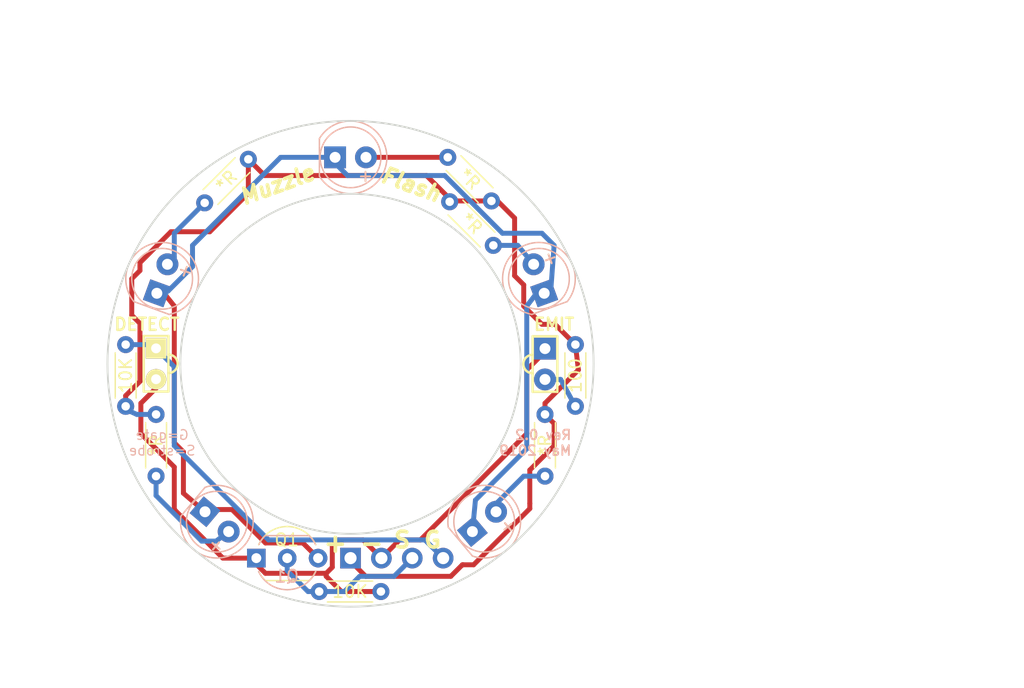
<source format=kicad_pcb>
(kicad_pcb (version 4) (host pcbnew 4.0.6)

  (general
    (links 29)
    (no_connects 0)
    (area 146.924999 66.924999 187.075001 107.075001)
    (thickness 1.6)
    (drawings 27)
    (tracks 135)
    (zones 0)
    (modules 18)
    (nets 12)
  )

  (page A4)
  (layers
    (0 F.Cu signal)
    (31 B.Cu signal)
    (32 B.Adhes user)
    (33 F.Adhes user)
    (34 B.Paste user)
    (35 F.Paste user)
    (36 B.SilkS user)
    (37 F.SilkS user)
    (38 B.Mask user)
    (39 F.Mask user)
    (40 Dwgs.User user)
    (41 Cmts.User user)
    (42 Eco1.User user)
    (43 Eco2.User user)
    (44 Edge.Cuts user)
    (45 Margin user)
    (46 B.CrtYd user)
    (47 F.CrtYd user)
    (48 B.Fab user)
    (49 F.Fab user)
  )

  (setup
    (last_trace_width 0.25)
    (user_trace_width 0.4064)
    (trace_clearance 0.2)
    (zone_clearance 0.508)
    (zone_45_only no)
    (trace_min 0.2)
    (segment_width 0.2)
    (edge_width 0.15)
    (via_size 0.6)
    (via_drill 0.4)
    (via_min_size 0.4)
    (via_min_drill 0.3)
    (uvia_size 0.3)
    (uvia_drill 0.1)
    (uvias_allowed no)
    (uvia_min_size 0.2)
    (uvia_min_drill 0.1)
    (pcb_text_width 0.3)
    (pcb_text_size 1.5 1.5)
    (mod_edge_width 0.15)
    (mod_text_size 1 1)
    (mod_text_width 0.15)
    (pad_size 1.524 1.524)
    (pad_drill 0.762)
    (pad_to_mask_clearance 0)
    (aux_axis_origin 0 0)
    (grid_origin 171.25 98)
    (visible_elements 7FFFFFFF)
    (pcbplotparams
      (layerselection 0x010f0_80000001)
      (usegerberextensions true)
      (excludeedgelayer true)
      (linewidth 0.100000)
      (plotframeref false)
      (viasonmask false)
      (mode 1)
      (useauxorigin false)
      (hpglpennumber 1)
      (hpglpenspeed 20)
      (hpglpendiameter 15)
      (hpglpenoverlay 2)
      (psnegative false)
      (psa4output false)
      (plotreference true)
      (plotvalue true)
      (plotinvisibletext false)
      (padsonsilk false)
      (subtractmaskfromsilk false)
      (outputformat 1)
      (mirror false)
      (drillshape 0)
      (scaleselection 1)
      (outputdirectory gerbers/))
  )

  (net 0 "")
  (net 1 "Net-(J1-Pad1)")
  (net 2 "Net-(D2-Pad2)")
  (net 3 GND)
  (net 4 "Net-(D1-Pad2)")
  (net 5 "Net-(D3-Pad2)")
  (net 6 "Net-(D4-Pad2)")
  (net 7 "Net-(D5-Pad2)")
  (net 8 "Net-(J1-Pad3)")
  (net 9 "Net-(D6-Pad2)")
  (net 10 "Net-(J1-Pad4)")
  (net 11 "Net-(D1-Pad1)")

  (net_class Default "This is the default net class."
    (clearance 0.2)
    (trace_width 0.25)
    (via_dia 0.6)
    (via_drill 0.4)
    (uvia_dia 0.3)
    (uvia_drill 0.1)
    (add_net GND)
    (add_net "Net-(D1-Pad1)")
    (add_net "Net-(D1-Pad2)")
    (add_net "Net-(D2-Pad2)")
    (add_net "Net-(D3-Pad2)")
    (add_net "Net-(D4-Pad2)")
    (add_net "Net-(D5-Pad2)")
    (add_net "Net-(D6-Pad2)")
    (add_net "Net-(J1-Pad1)")
    (add_net "Net-(J1-Pad3)")
    (add_net "Net-(J1-Pad4)")
  )

  (module footprints:LED_D5.0mmCentered (layer B.Cu) (tedit 5CABD0CD) (tstamp 5CA67B39)
    (at 182.5 80 110)
    (descr "LED, diameter 5.0mm, 2 pins, http://cdn-reichelt.de/documents/datenblatt/A500/LL-504BC2E-009.pdf")
    (tags "LED diameter 5.0mm 2 pins")
    (path /5CA67C4A)
    (fp_text reference D2 (at 0 3.96 110) (layer B.SilkS) hide
      (effects (font (size 1 1) (thickness 0.15)) (justify mirror))
    )
    (fp_text value LED (at 0 -3.96 110) (layer B.Fab)
      (effects (font (size 1 1) (thickness 0.15)) (justify mirror))
    )
    (fp_text user + (at 1.23 1.5 110) (layer F.SilkS)
      (effects (font (size 1 1) (thickness 0.15)))
    )
    (fp_text user + (at 1.23 1.5 110) (layer B.SilkS)
      (effects (font (size 1 1) (thickness 0.15)) (justify mirror))
    )
    (fp_arc (start 0 0) (end -2.5 1.469694) (angle -299.1) (layer B.Fab) (width 0.1))
    (fp_arc (start 0 0) (end -2.56 1.54483) (angle -148.9) (layer B.SilkS) (width 0.12))
    (fp_arc (start 0 0) (end -2.56 -1.54483) (angle 148.9) (layer B.SilkS) (width 0.12))
    (fp_circle (center 0 0) (end 2.5 0) (layer B.Fab) (width 0.1))
    (fp_circle (center 0 0) (end 2.5 0) (layer B.SilkS) (width 0.12))
    (fp_line (start -2.5 1.469694) (end -2.5 -1.469694) (layer B.Fab) (width 0.1))
    (fp_line (start -2.56 1.545) (end -2.56 -1.545) (layer B.SilkS) (width 0.12))
    (fp_line (start -3.22 3.25) (end -3.22 -3.25) (layer B.CrtYd) (width 0.05))
    (fp_line (start -3.22 -3.25) (end 3.23 -3.25) (layer B.CrtYd) (width 0.05))
    (fp_line (start 3.23 -3.25) (end 3.23 3.25) (layer B.CrtYd) (width 0.05))
    (fp_line (start 3.23 3.25) (end -3.22 3.25) (layer B.CrtYd) (width 0.05))
    (fp_text user %R (at -0.02 0 110) (layer B.Fab)
      (effects (font (size 0.8 0.8) (thickness 0.2)) (justify mirror))
    )
    (pad 1 thru_hole rect (at -1.27 0 110) (size 1.8 1.8) (drill 0.9) (layers *.Cu *.Mask)
      (net 11 "Net-(D1-Pad1)"))
    (pad 2 thru_hole circle (at 1.27 0 110) (size 1.8 1.8) (drill 0.9) (layers *.Cu *.Mask)
      (net 2 "Net-(D2-Pad2)"))
    (model ${KISYS3DMOD}/LEDs.3dshapes/LED_D5.0mm.wrl
      (at (xyz 0 0 -0.1))
      (scale (xyz 0.393701 0.393701 0.393701))
      (rotate (xyz 0 0 0))
    )
  )

  (module footprints:PHOTOTRANS (layer F.Cu) (tedit 5CBE34CE) (tstamp 5CBE3453)
    (at 151 87 270)
    (descr LTR-4206)
    (tags "PHOTOTRANS NPN")
    (path /5CBE38B4)
    (fp_text reference Q2 (at 0 2.54 450) (layer F.SilkS) hide
      (effects (font (size 0.762 0.762) (thickness 0.0889)))
    )
    (fp_text value Q_Photo_NPN (at 0.35921 0.35921 360) (layer F.SilkS) hide
      (effects (font (size 0.508 0.508) (thickness 0.127)))
    )
    (fp_arc (start 0 -1.016) (end 0 -1.778) (angle 90) (layer F.SilkS) (width 0.2))
    (fp_arc (start 0 -1.016) (end -0.762 -1.016) (angle 90) (layer F.SilkS) (width 0.2))
    (fp_line (start -2.286 1.016) (end 2.286 1.016) (layer F.SilkS) (width 0.2))
    (fp_line (start 2.286 1.016) (end 2.286 -1.016) (layer F.SilkS) (width 0.2))
    (fp_line (start 2.286 -1.016) (end -2.286 -1.016) (layer F.SilkS) (width 0.2))
    (fp_line (start -2.286 -1.016) (end -2.286 1.016) (layer F.SilkS) (width 0.2))
    (pad 1 thru_hole rect (at -1.27 0 270) (size 1.6764 1.6764) (drill 0.8128) (layers *.Cu *.Mask F.SilkS)
      (net 10 "Net-(J1-Pad4)"))
    (pad 2 thru_hole circle (at 1.27 0 315) (size 1.6764 1.6764) (drill 0.8128) (layers *.Cu *.Mask F.SilkS)
      (net 3 GND))
    (model discret/leds/led3_vertical_verde.wrl
      (at (xyz 0 0 0))
      (scale (xyz 1 1 1))
      (rotate (xyz 0 0 0))
    )
  )

  (module footprints:R_Axial_P5.08mm (layer F.Cu) (tedit 5CA67B51) (tstamp 5CBE3459)
    (at 148.5 90.5 90)
    (descr "Resistor, Axial_DIN0204 series, Axial, Horizontal, pin pitch=5.08mm, 0.16666666666666666W = 1/6W, length*diameter=3.6*1.6mm^2, http://cdn-reichelt.de/documents/datenblatt/B400/1_4W%23YAG.pdf")
    (tags "Resistor Axial_DIN0204 series Axial Horizontal pin pitch 5.08mm 0.16666666666666666W = 1/6W length 3.6mm diameter 1.6mm")
    (path /5CBE3A44)
    (fp_text reference R7 (at 2.54 -1.86 90) (layer F.Fab)
      (effects (font (size 1 1) (thickness 0.15)))
    )
    (fp_text value 10K (at 2.54 0 90) (layer F.SilkS)
      (effects (font (size 1 1) (thickness 0.15)))
    )
    (fp_line (start 0.74 -0.8) (end 0.74 0.8) (layer F.Fab) (width 0.1))
    (fp_line (start 0.74 0.8) (end 4.34 0.8) (layer F.Fab) (width 0.1))
    (fp_line (start 4.34 0.8) (end 4.34 -0.8) (layer F.Fab) (width 0.1))
    (fp_line (start 4.34 -0.8) (end 0.74 -0.8) (layer F.Fab) (width 0.1))
    (fp_line (start 0 0) (end 0.74 0) (layer F.Fab) (width 0.1))
    (fp_line (start 5.08 0) (end 4.34 0) (layer F.Fab) (width 0.1))
    (fp_line (start 0.68 -0.86) (end 4.4 -0.86) (layer F.SilkS) (width 0.12))
    (fp_line (start 0.68 0.86) (end 4.4 0.86) (layer F.SilkS) (width 0.12))
    (fp_line (start -0.95 -1.15) (end -0.95 1.15) (layer F.CrtYd) (width 0.05))
    (fp_line (start -0.95 1.15) (end 6.05 1.15) (layer F.CrtYd) (width 0.05))
    (fp_line (start 6.05 1.15) (end 6.05 -1.15) (layer F.CrtYd) (width 0.05))
    (fp_line (start 6.05 -1.15) (end -0.95 -1.15) (layer F.CrtYd) (width 0.05))
    (pad 1 thru_hole circle (at 0 0 90) (size 1.4 1.4) (drill 0.7) (layers *.Cu *.Mask)
      (net 1 "Net-(J1-Pad1)"))
    (pad 2 thru_hole oval (at 5.08 0 90) (size 1.4 1.4) (drill 0.7) (layers *.Cu *.Mask)
      (net 10 "Net-(J1-Pad4)"))
    (model ${KISYS3DMOD}/Resistors_THT.3dshapes/R_Axial_DIN0204_L3.6mm_D1.6mm_P5.08mm_Horizontal.wrl
      (at (xyz 0 0 0))
      (scale (xyz 0.393701 0.393701 0.393701))
      (rotate (xyz 0 0 0))
    )
  )

  (module footprints:R_Axial_P5.08mm (layer F.Cu) (tedit 5CA67B51) (tstamp 5CBE345F)
    (at 169.5 105.75 180)
    (descr "Resistor, Axial_DIN0204 series, Axial, Horizontal, pin pitch=5.08mm, 0.16666666666666666W = 1/6W, length*diameter=3.6*1.6mm^2, http://cdn-reichelt.de/documents/datenblatt/B400/1_4W%23YAG.pdf")
    (tags "Resistor Axial_DIN0204 series Axial Horizontal pin pitch 5.08mm 0.16666666666666666W = 1/6W length 3.6mm diameter 1.6mm")
    (path /5CABCBFF)
    (fp_text reference R8 (at 2.54 -1.86 180) (layer F.Fab)
      (effects (font (size 1 1) (thickness 0.15)))
    )
    (fp_text value 10K (at 2.54 0 180) (layer F.SilkS)
      (effects (font (size 1 1) (thickness 0.15)))
    )
    (fp_line (start 0.74 -0.8) (end 0.74 0.8) (layer F.Fab) (width 0.1))
    (fp_line (start 0.74 0.8) (end 4.34 0.8) (layer F.Fab) (width 0.1))
    (fp_line (start 4.34 0.8) (end 4.34 -0.8) (layer F.Fab) (width 0.1))
    (fp_line (start 4.34 -0.8) (end 0.74 -0.8) (layer F.Fab) (width 0.1))
    (fp_line (start 0 0) (end 0.74 0) (layer F.Fab) (width 0.1))
    (fp_line (start 5.08 0) (end 4.34 0) (layer F.Fab) (width 0.1))
    (fp_line (start 0.68 -0.86) (end 4.4 -0.86) (layer F.SilkS) (width 0.12))
    (fp_line (start 0.68 0.86) (end 4.4 0.86) (layer F.SilkS) (width 0.12))
    (fp_line (start -0.95 -1.15) (end -0.95 1.15) (layer F.CrtYd) (width 0.05))
    (fp_line (start -0.95 1.15) (end 6.05 1.15) (layer F.CrtYd) (width 0.05))
    (fp_line (start 6.05 1.15) (end 6.05 -1.15) (layer F.CrtYd) (width 0.05))
    (fp_line (start 6.05 -1.15) (end -0.95 -1.15) (layer F.CrtYd) (width 0.05))
    (pad 1 thru_hole circle (at 0 0 180) (size 1.4 1.4) (drill 0.7) (layers *.Cu *.Mask)
      (net 3 GND))
    (pad 2 thru_hole oval (at 5.08 0 180) (size 1.4 1.4) (drill 0.7) (layers *.Cu *.Mask)
      (net 8 "Net-(J1-Pad3)"))
    (model ${KISYS3DMOD}/Resistors_THT.3dshapes/R_Axial_DIN0204_L3.6mm_D1.6mm_P5.08mm_Horizontal.wrl
      (at (xyz 0 0 0))
      (scale (xyz 0.393701 0.393701 0.393701))
      (rotate (xyz 0 0 0))
    )
  )

  (module footprints:R_Axial_P5.08mm (layer F.Cu) (tedit 5CA67B51) (tstamp 5CA67B27)
    (at 178.75 77.25 135)
    (descr "Resistor, Axial_DIN0204 series, Axial, Horizontal, pin pitch=5.08mm, 0.16666666666666666W = 1/6W, length*diameter=3.6*1.6mm^2, http://cdn-reichelt.de/documents/datenblatt/B400/1_4W%23YAG.pdf")
    (tags "Resistor Axial_DIN0204 series Axial Horizontal pin pitch 5.08mm 0.16666666666666666W = 1/6W length 3.6mm diameter 1.6mm")
    (path /5CA67CC7)
    (fp_text reference R2 (at 2.54 -1.86 135) (layer F.Fab)
      (effects (font (size 1 1) (thickness 0.15)))
    )
    (fp_text value *R (at 2.54 0 135) (layer F.SilkS)
      (effects (font (size 1 1) (thickness 0.15)))
    )
    (fp_line (start 0.74 -0.8) (end 0.74 0.8) (layer F.Fab) (width 0.1))
    (fp_line (start 0.74 0.8) (end 4.34 0.8) (layer F.Fab) (width 0.1))
    (fp_line (start 4.34 0.8) (end 4.34 -0.8) (layer F.Fab) (width 0.1))
    (fp_line (start 4.34 -0.8) (end 0.74 -0.8) (layer F.Fab) (width 0.1))
    (fp_line (start 0 0) (end 0.74 0) (layer F.Fab) (width 0.1))
    (fp_line (start 5.08 0) (end 4.34 0) (layer F.Fab) (width 0.1))
    (fp_line (start 0.68 -0.86) (end 4.4 -0.86) (layer F.SilkS) (width 0.12))
    (fp_line (start 0.68 0.86) (end 4.4 0.86) (layer F.SilkS) (width 0.12))
    (fp_line (start -0.95 -1.15) (end -0.95 1.15) (layer F.CrtYd) (width 0.05))
    (fp_line (start -0.95 1.15) (end 6.05 1.15) (layer F.CrtYd) (width 0.05))
    (fp_line (start 6.05 1.15) (end 6.05 -1.15) (layer F.CrtYd) (width 0.05))
    (fp_line (start 6.05 -1.15) (end -0.95 -1.15) (layer F.CrtYd) (width 0.05))
    (pad 1 thru_hole circle (at 0 0 135) (size 1.4 1.4) (drill 0.7) (layers *.Cu *.Mask)
      (net 2 "Net-(D2-Pad2)"))
    (pad 2 thru_hole oval (at 5.08 0 135) (size 1.4 1.4) (drill 0.7) (layers *.Cu *.Mask)
      (net 1 "Net-(J1-Pad1)"))
    (model ${KISYS3DMOD}/Resistors_THT.3dshapes/R_Axial_DIN0204_L3.6mm_D1.6mm_P5.08mm_Horizontal.wrl
      (at (xyz 0 0 0))
      (scale (xyz 0.393701 0.393701 0.393701))
      (rotate (xyz 0 0 0))
    )
  )

  (module footprints:R_Axial_P5.08mm (layer F.Cu) (tedit 5CA67B51) (tstamp 5CABC7CB)
    (at 175 70 315)
    (descr "Resistor, Axial_DIN0204 series, Axial, Horizontal, pin pitch=5.08mm, 0.16666666666666666W = 1/6W, length*diameter=3.6*1.6mm^2, http://cdn-reichelt.de/documents/datenblatt/B400/1_4W%23YAG.pdf")
    (tags "Resistor Axial_DIN0204 series Axial Horizontal pin pitch 5.08mm 0.16666666666666666W = 1/6W length 3.6mm diameter 1.6mm")
    (path /5CABBDFE)
    (fp_text reference R1 (at 2.54 -1.86 315) (layer F.Fab)
      (effects (font (size 1 1) (thickness 0.15)))
    )
    (fp_text value *R (at 2.54 0 315) (layer F.SilkS)
      (effects (font (size 1 1) (thickness 0.15)))
    )
    (fp_line (start 0.74 -0.8) (end 0.74 0.8) (layer F.Fab) (width 0.1))
    (fp_line (start 0.74 0.8) (end 4.34 0.8) (layer F.Fab) (width 0.1))
    (fp_line (start 4.34 0.8) (end 4.34 -0.8) (layer F.Fab) (width 0.1))
    (fp_line (start 4.34 -0.8) (end 0.74 -0.8) (layer F.Fab) (width 0.1))
    (fp_line (start 0 0) (end 0.74 0) (layer F.Fab) (width 0.1))
    (fp_line (start 5.08 0) (end 4.34 0) (layer F.Fab) (width 0.1))
    (fp_line (start 0.68 -0.86) (end 4.4 -0.86) (layer F.SilkS) (width 0.12))
    (fp_line (start 0.68 0.86) (end 4.4 0.86) (layer F.SilkS) (width 0.12))
    (fp_line (start -0.95 -1.15) (end -0.95 1.15) (layer F.CrtYd) (width 0.05))
    (fp_line (start -0.95 1.15) (end 6.05 1.15) (layer F.CrtYd) (width 0.05))
    (fp_line (start 6.05 1.15) (end 6.05 -1.15) (layer F.CrtYd) (width 0.05))
    (fp_line (start 6.05 -1.15) (end -0.95 -1.15) (layer F.CrtYd) (width 0.05))
    (pad 1 thru_hole circle (at 0 0 315) (size 1.4 1.4) (drill 0.7) (layers *.Cu *.Mask)
      (net 4 "Net-(D1-Pad2)"))
    (pad 2 thru_hole oval (at 5.08 0 315) (size 1.4 1.4) (drill 0.7) (layers *.Cu *.Mask)
      (net 1 "Net-(J1-Pad1)"))
    (model ${KISYS3DMOD}/Resistors_THT.3dshapes/R_Axial_DIN0204_L3.6mm_D1.6mm_P5.08mm_Horizontal.wrl
      (at (xyz 0 0 0))
      (scale (xyz 0.393701 0.393701 0.393701))
      (rotate (xyz 0 0 0))
    )
  )

  (module footprints:R_Axial_P5.08mm (layer F.Cu) (tedit 5CA67B51) (tstamp 5CABC7D1)
    (at 183 96.25 90)
    (descr "Resistor, Axial_DIN0204 series, Axial, Horizontal, pin pitch=5.08mm, 0.16666666666666666W = 1/6W, length*diameter=3.6*1.6mm^2, http://cdn-reichelt.de/documents/datenblatt/B400/1_4W%23YAG.pdf")
    (tags "Resistor Axial_DIN0204 series Axial Horizontal pin pitch 5.08mm 0.16666666666666666W = 1/6W length 3.6mm diameter 1.6mm")
    (path /5CABBEDB)
    (fp_text reference R3 (at 2.54 -1.86 90) (layer F.Fab)
      (effects (font (size 1 1) (thickness 0.15)))
    )
    (fp_text value *R (at 2.54 0 90) (layer F.SilkS)
      (effects (font (size 1 1) (thickness 0.15)))
    )
    (fp_line (start 0.74 -0.8) (end 0.74 0.8) (layer F.Fab) (width 0.1))
    (fp_line (start 0.74 0.8) (end 4.34 0.8) (layer F.Fab) (width 0.1))
    (fp_line (start 4.34 0.8) (end 4.34 -0.8) (layer F.Fab) (width 0.1))
    (fp_line (start 4.34 -0.8) (end 0.74 -0.8) (layer F.Fab) (width 0.1))
    (fp_line (start 0 0) (end 0.74 0) (layer F.Fab) (width 0.1))
    (fp_line (start 5.08 0) (end 4.34 0) (layer F.Fab) (width 0.1))
    (fp_line (start 0.68 -0.86) (end 4.4 -0.86) (layer F.SilkS) (width 0.12))
    (fp_line (start 0.68 0.86) (end 4.4 0.86) (layer F.SilkS) (width 0.12))
    (fp_line (start -0.95 -1.15) (end -0.95 1.15) (layer F.CrtYd) (width 0.05))
    (fp_line (start -0.95 1.15) (end 6.05 1.15) (layer F.CrtYd) (width 0.05))
    (fp_line (start 6.05 1.15) (end 6.05 -1.15) (layer F.CrtYd) (width 0.05))
    (fp_line (start 6.05 -1.15) (end -0.95 -1.15) (layer F.CrtYd) (width 0.05))
    (pad 1 thru_hole circle (at 0 0 90) (size 1.4 1.4) (drill 0.7) (layers *.Cu *.Mask)
      (net 5 "Net-(D3-Pad2)"))
    (pad 2 thru_hole oval (at 5.08 0 90) (size 1.4 1.4) (drill 0.7) (layers *.Cu *.Mask)
      (net 1 "Net-(J1-Pad1)"))
    (model ${KISYS3DMOD}/Resistors_THT.3dshapes/R_Axial_DIN0204_L3.6mm_D1.6mm_P5.08mm_Horizontal.wrl
      (at (xyz 0 0 0))
      (scale (xyz 0.393701 0.393701 0.393701))
      (rotate (xyz 0 0 0))
    )
  )

  (module footprints:R_Axial_P5.08mm (layer F.Cu) (tedit 5CA67B51) (tstamp 5CABC7D7)
    (at 151 96.25 90)
    (descr "Resistor, Axial_DIN0204 series, Axial, Horizontal, pin pitch=5.08mm, 0.16666666666666666W = 1/6W, length*diameter=3.6*1.6mm^2, http://cdn-reichelt.de/documents/datenblatt/B400/1_4W%23YAG.pdf")
    (tags "Resistor Axial_DIN0204 series Axial Horizontal pin pitch 5.08mm 0.16666666666666666W = 1/6W length 3.6mm diameter 1.6mm")
    (path /5CABBEE9)
    (fp_text reference R4 (at 2.54 -1.86 90) (layer F.Fab)
      (effects (font (size 1 1) (thickness 0.15)))
    )
    (fp_text value *R (at 2.54 0 90) (layer F.SilkS)
      (effects (font (size 1 1) (thickness 0.15)))
    )
    (fp_line (start 0.74 -0.8) (end 0.74 0.8) (layer F.Fab) (width 0.1))
    (fp_line (start 0.74 0.8) (end 4.34 0.8) (layer F.Fab) (width 0.1))
    (fp_line (start 4.34 0.8) (end 4.34 -0.8) (layer F.Fab) (width 0.1))
    (fp_line (start 4.34 -0.8) (end 0.74 -0.8) (layer F.Fab) (width 0.1))
    (fp_line (start 0 0) (end 0.74 0) (layer F.Fab) (width 0.1))
    (fp_line (start 5.08 0) (end 4.34 0) (layer F.Fab) (width 0.1))
    (fp_line (start 0.68 -0.86) (end 4.4 -0.86) (layer F.SilkS) (width 0.12))
    (fp_line (start 0.68 0.86) (end 4.4 0.86) (layer F.SilkS) (width 0.12))
    (fp_line (start -0.95 -1.15) (end -0.95 1.15) (layer F.CrtYd) (width 0.05))
    (fp_line (start -0.95 1.15) (end 6.05 1.15) (layer F.CrtYd) (width 0.05))
    (fp_line (start 6.05 1.15) (end 6.05 -1.15) (layer F.CrtYd) (width 0.05))
    (fp_line (start 6.05 -1.15) (end -0.95 -1.15) (layer F.CrtYd) (width 0.05))
    (pad 1 thru_hole circle (at 0 0 90) (size 1.4 1.4) (drill 0.7) (layers *.Cu *.Mask)
      (net 6 "Net-(D4-Pad2)"))
    (pad 2 thru_hole oval (at 5.08 0 90) (size 1.4 1.4) (drill 0.7) (layers *.Cu *.Mask)
      (net 1 "Net-(J1-Pad1)"))
    (model ${KISYS3DMOD}/Resistors_THT.3dshapes/R_Axial_DIN0204_L3.6mm_D1.6mm_P5.08mm_Horizontal.wrl
      (at (xyz 0 0 0))
      (scale (xyz 0.393701 0.393701 0.393701))
      (rotate (xyz 0 0 0))
    )
  )

  (module footprints:R_Axial_P5.08mm (layer F.Cu) (tedit 5CA67B51) (tstamp 5CABC7DD)
    (at 155 73.75 45)
    (descr "Resistor, Axial_DIN0204 series, Axial, Horizontal, pin pitch=5.08mm, 0.16666666666666666W = 1/6W, length*diameter=3.6*1.6mm^2, http://cdn-reichelt.de/documents/datenblatt/B400/1_4W%23YAG.pdf")
    (tags "Resistor Axial_DIN0204 series Axial Horizontal pin pitch 5.08mm 0.16666666666666666W = 1/6W length 3.6mm diameter 1.6mm")
    (path /5CABBFBD)
    (fp_text reference R5 (at 2.54 -1.86 45) (layer F.Fab)
      (effects (font (size 1 1) (thickness 0.15)))
    )
    (fp_text value *R (at 2.54 0 45) (layer F.SilkS)
      (effects (font (size 1 1) (thickness 0.15)))
    )
    (fp_line (start 0.74 -0.8) (end 0.74 0.8) (layer F.Fab) (width 0.1))
    (fp_line (start 0.74 0.8) (end 4.34 0.8) (layer F.Fab) (width 0.1))
    (fp_line (start 4.34 0.8) (end 4.34 -0.8) (layer F.Fab) (width 0.1))
    (fp_line (start 4.34 -0.8) (end 0.74 -0.8) (layer F.Fab) (width 0.1))
    (fp_line (start 0 0) (end 0.74 0) (layer F.Fab) (width 0.1))
    (fp_line (start 5.08 0) (end 4.34 0) (layer F.Fab) (width 0.1))
    (fp_line (start 0.68 -0.86) (end 4.4 -0.86) (layer F.SilkS) (width 0.12))
    (fp_line (start 0.68 0.86) (end 4.4 0.86) (layer F.SilkS) (width 0.12))
    (fp_line (start -0.95 -1.15) (end -0.95 1.15) (layer F.CrtYd) (width 0.05))
    (fp_line (start -0.95 1.15) (end 6.05 1.15) (layer F.CrtYd) (width 0.05))
    (fp_line (start 6.05 1.15) (end 6.05 -1.15) (layer F.CrtYd) (width 0.05))
    (fp_line (start 6.05 -1.15) (end -0.95 -1.15) (layer F.CrtYd) (width 0.05))
    (pad 1 thru_hole circle (at 0 0 45) (size 1.4 1.4) (drill 0.7) (layers *.Cu *.Mask)
      (net 7 "Net-(D5-Pad2)"))
    (pad 2 thru_hole oval (at 5.08 0 45) (size 1.4 1.4) (drill 0.7) (layers *.Cu *.Mask)
      (net 1 "Net-(J1-Pad1)"))
    (model ${KISYS3DMOD}/Resistors_THT.3dshapes/R_Axial_DIN0204_L3.6mm_D1.6mm_P5.08mm_Horizontal.wrl
      (at (xyz 0 0 0))
      (scale (xyz 0.393701 0.393701 0.393701))
      (rotate (xyz 0 0 0))
    )
  )

  (module footprints:R_Axial_P5.08mm (layer F.Cu) (tedit 5CA67B51) (tstamp 5CABC7E3)
    (at 185.5 90.5 90)
    (descr "Resistor, Axial_DIN0204 series, Axial, Horizontal, pin pitch=5.08mm, 0.16666666666666666W = 1/6W, length*diameter=3.6*1.6mm^2, http://cdn-reichelt.de/documents/datenblatt/B400/1_4W%23YAG.pdf")
    (tags "Resistor Axial_DIN0204 series Axial Horizontal pin pitch 5.08mm 0.16666666666666666W = 1/6W length 3.6mm diameter 1.6mm")
    (path /5CBE31F3)
    (fp_text reference R6 (at 2.54 -1.86 90) (layer F.Fab)
      (effects (font (size 1 1) (thickness 0.15)))
    )
    (fp_text value 100 (at 2.54 0 90) (layer F.SilkS)
      (effects (font (size 1 1) (thickness 0.15)))
    )
    (fp_line (start 0.74 -0.8) (end 0.74 0.8) (layer F.Fab) (width 0.1))
    (fp_line (start 0.74 0.8) (end 4.34 0.8) (layer F.Fab) (width 0.1))
    (fp_line (start 4.34 0.8) (end 4.34 -0.8) (layer F.Fab) (width 0.1))
    (fp_line (start 4.34 -0.8) (end 0.74 -0.8) (layer F.Fab) (width 0.1))
    (fp_line (start 0 0) (end 0.74 0) (layer F.Fab) (width 0.1))
    (fp_line (start 5.08 0) (end 4.34 0) (layer F.Fab) (width 0.1))
    (fp_line (start 0.68 -0.86) (end 4.4 -0.86) (layer F.SilkS) (width 0.12))
    (fp_line (start 0.68 0.86) (end 4.4 0.86) (layer F.SilkS) (width 0.12))
    (fp_line (start -0.95 -1.15) (end -0.95 1.15) (layer F.CrtYd) (width 0.05))
    (fp_line (start -0.95 1.15) (end 6.05 1.15) (layer F.CrtYd) (width 0.05))
    (fp_line (start 6.05 1.15) (end 6.05 -1.15) (layer F.CrtYd) (width 0.05))
    (fp_line (start 6.05 -1.15) (end -0.95 -1.15) (layer F.CrtYd) (width 0.05))
    (pad 1 thru_hole circle (at 0 0 90) (size 1.4 1.4) (drill 0.7) (layers *.Cu *.Mask)
      (net 9 "Net-(D6-Pad2)"))
    (pad 2 thru_hole oval (at 5.08 0 90) (size 1.4 1.4) (drill 0.7) (layers *.Cu *.Mask)
      (net 1 "Net-(J1-Pad1)"))
    (model ${KISYS3DMOD}/Resistors_THT.3dshapes/R_Axial_DIN0204_L3.6mm_D1.6mm_P5.08mm_Horizontal.wrl
      (at (xyz 0 0 0))
      (scale (xyz 0.393701 0.393701 0.393701))
      (rotate (xyz 0 0 0))
    )
  )

  (module footprints:LED_D5.0mmCentered (layer B.Cu) (tedit 5CABD0CD) (tstamp 5CABC7A4)
    (at 156 100 320)
    (descr "LED, diameter 5.0mm, 2 pins, http://cdn-reichelt.de/documents/datenblatt/A500/LL-504BC2E-009.pdf")
    (tags "LED diameter 5.0mm 2 pins")
    (path /5CABBEE3)
    (fp_text reference D4 (at 0 3.96 320) (layer B.SilkS) hide
      (effects (font (size 1 1) (thickness 0.15)) (justify mirror))
    )
    (fp_text value LED (at 0 -3.96 320) (layer B.Fab)
      (effects (font (size 1 1) (thickness 0.15)) (justify mirror))
    )
    (fp_text user + (at 1.23 1.5 320) (layer F.SilkS)
      (effects (font (size 1 1) (thickness 0.15)))
    )
    (fp_text user + (at 1.23 1.5 320) (layer B.SilkS)
      (effects (font (size 1 1) (thickness 0.15)) (justify mirror))
    )
    (fp_arc (start 0 0) (end -2.5 1.469694) (angle -299.1) (layer B.Fab) (width 0.1))
    (fp_arc (start 0 0) (end -2.56 1.54483) (angle -148.9) (layer B.SilkS) (width 0.12))
    (fp_arc (start 0 0) (end -2.56 -1.54483) (angle 148.9) (layer B.SilkS) (width 0.12))
    (fp_circle (center 0 0) (end 2.5 0) (layer B.Fab) (width 0.1))
    (fp_circle (center 0 0) (end 2.5 0) (layer B.SilkS) (width 0.12))
    (fp_line (start -2.5 1.469694) (end -2.5 -1.469694) (layer B.Fab) (width 0.1))
    (fp_line (start -2.56 1.545) (end -2.56 -1.545) (layer B.SilkS) (width 0.12))
    (fp_line (start -3.22 3.25) (end -3.22 -3.25) (layer B.CrtYd) (width 0.05))
    (fp_line (start -3.22 -3.25) (end 3.23 -3.25) (layer B.CrtYd) (width 0.05))
    (fp_line (start 3.23 -3.25) (end 3.23 3.25) (layer B.CrtYd) (width 0.05))
    (fp_line (start 3.23 3.25) (end -3.22 3.25) (layer B.CrtYd) (width 0.05))
    (fp_text user %R (at -0.02 0 320) (layer B.Fab)
      (effects (font (size 0.8 0.8) (thickness 0.2)) (justify mirror))
    )
    (pad 1 thru_hole rect (at -1.27 0 320) (size 1.8 1.8) (drill 0.9) (layers *.Cu *.Mask)
      (net 11 "Net-(D1-Pad1)"))
    (pad 2 thru_hole circle (at 1.27 0 320) (size 1.8 1.8) (drill 0.9) (layers *.Cu *.Mask)
      (net 6 "Net-(D4-Pad2)"))
    (model ${KISYS3DMOD}/LEDs.3dshapes/LED_D5.0mm.wrl
      (at (xyz 0 0 -0.1))
      (scale (xyz 0.393701 0.393701 0.393701))
      (rotate (xyz 0 0 0))
    )
  )

  (module footprints:LED_D5.0mmCentered (layer B.Cu) (tedit 5CABD0CD) (tstamp 5CABC7AA)
    (at 151.5 80 70)
    (descr "LED, diameter 5.0mm, 2 pins, http://cdn-reichelt.de/documents/datenblatt/A500/LL-504BC2E-009.pdf")
    (tags "LED diameter 5.0mm 2 pins")
    (path /5CABBFB7)
    (fp_text reference D5 (at 0 3.96 70) (layer B.SilkS) hide
      (effects (font (size 1 1) (thickness 0.15)) (justify mirror))
    )
    (fp_text value LED (at 0 -3.96 70) (layer B.Fab)
      (effects (font (size 1 1) (thickness 0.15)) (justify mirror))
    )
    (fp_text user + (at 1.23 1.5 70) (layer F.SilkS)
      (effects (font (size 1 1) (thickness 0.15)))
    )
    (fp_text user + (at 1.23 1.5 70) (layer B.SilkS)
      (effects (font (size 1 1) (thickness 0.15)) (justify mirror))
    )
    (fp_arc (start 0 0) (end -2.5 1.469694) (angle -299.1) (layer B.Fab) (width 0.1))
    (fp_arc (start 0 0) (end -2.56 1.54483) (angle -148.9) (layer B.SilkS) (width 0.12))
    (fp_arc (start 0 0) (end -2.56 -1.54483) (angle 148.9) (layer B.SilkS) (width 0.12))
    (fp_circle (center 0 0) (end 2.5 0) (layer B.Fab) (width 0.1))
    (fp_circle (center 0 0) (end 2.5 0) (layer B.SilkS) (width 0.12))
    (fp_line (start -2.5 1.469694) (end -2.5 -1.469694) (layer B.Fab) (width 0.1))
    (fp_line (start -2.56 1.545) (end -2.56 -1.545) (layer B.SilkS) (width 0.12))
    (fp_line (start -3.22 3.25) (end -3.22 -3.25) (layer B.CrtYd) (width 0.05))
    (fp_line (start -3.22 -3.25) (end 3.23 -3.25) (layer B.CrtYd) (width 0.05))
    (fp_line (start 3.23 -3.25) (end 3.23 3.25) (layer B.CrtYd) (width 0.05))
    (fp_line (start 3.23 3.25) (end -3.22 3.25) (layer B.CrtYd) (width 0.05))
    (fp_text user %R (at -0.02 0 70) (layer B.Fab)
      (effects (font (size 0.8 0.8) (thickness 0.2)) (justify mirror))
    )
    (pad 1 thru_hole rect (at -1.27 0 70) (size 1.8 1.8) (drill 0.9) (layers *.Cu *.Mask)
      (net 11 "Net-(D1-Pad1)"))
    (pad 2 thru_hole circle (at 1.27 0 70) (size 1.8 1.8) (drill 0.9) (layers *.Cu *.Mask)
      (net 7 "Net-(D5-Pad2)"))
    (model ${KISYS3DMOD}/LEDs.3dshapes/LED_D5.0mm.wrl
      (at (xyz 0 0 -0.1))
      (scale (xyz 0.393701 0.393701 0.393701))
      (rotate (xyz 0 0 0))
    )
  )

  (module footprints:LED_D5.0mmCentered (layer B.Cu) (tedit 5CABD0CD) (tstamp 5CABC798)
    (at 167 70)
    (descr "LED, diameter 5.0mm, 2 pins, http://cdn-reichelt.de/documents/datenblatt/A500/LL-504BC2E-009.pdf")
    (tags "LED diameter 5.0mm 2 pins")
    (path /5CABBDF8)
    (fp_text reference D1 (at 0 3.96) (layer B.SilkS) hide
      (effects (font (size 1 1) (thickness 0.15)) (justify mirror))
    )
    (fp_text value LED (at 0 -3.96) (layer B.Fab)
      (effects (font (size 1 1) (thickness 0.15)) (justify mirror))
    )
    (fp_text user + (at 1.23 1.5) (layer F.SilkS)
      (effects (font (size 1 1) (thickness 0.15)))
    )
    (fp_text user + (at 1.23 1.5) (layer B.SilkS)
      (effects (font (size 1 1) (thickness 0.15)) (justify mirror))
    )
    (fp_arc (start 0 0) (end -2.5 1.469694) (angle -299.1) (layer B.Fab) (width 0.1))
    (fp_arc (start 0 0) (end -2.56 1.54483) (angle -148.9) (layer B.SilkS) (width 0.12))
    (fp_arc (start 0 0) (end -2.56 -1.54483) (angle 148.9) (layer B.SilkS) (width 0.12))
    (fp_circle (center 0 0) (end 2.5 0) (layer B.Fab) (width 0.1))
    (fp_circle (center 0 0) (end 2.5 0) (layer B.SilkS) (width 0.12))
    (fp_line (start -2.5 1.469694) (end -2.5 -1.469694) (layer B.Fab) (width 0.1))
    (fp_line (start -2.56 1.545) (end -2.56 -1.545) (layer B.SilkS) (width 0.12))
    (fp_line (start -3.22 3.25) (end -3.22 -3.25) (layer B.CrtYd) (width 0.05))
    (fp_line (start -3.22 -3.25) (end 3.23 -3.25) (layer B.CrtYd) (width 0.05))
    (fp_line (start 3.23 -3.25) (end 3.23 3.25) (layer B.CrtYd) (width 0.05))
    (fp_line (start 3.23 3.25) (end -3.22 3.25) (layer B.CrtYd) (width 0.05))
    (fp_text user %R (at -0.02 0) (layer B.Fab)
      (effects (font (size 0.8 0.8) (thickness 0.2)) (justify mirror))
    )
    (pad 1 thru_hole rect (at -1.27 0) (size 1.8 1.8) (drill 0.9) (layers *.Cu *.Mask)
      (net 11 "Net-(D1-Pad1)"))
    (pad 2 thru_hole circle (at 1.27 0) (size 1.8 1.8) (drill 0.9) (layers *.Cu *.Mask)
      (net 4 "Net-(D1-Pad2)"))
    (model ${KISYS3DMOD}/LEDs.3dshapes/LED_D5.0mm.wrl
      (at (xyz 0 0 -0.1))
      (scale (xyz 0.393701 0.393701 0.393701))
      (rotate (xyz 0 0 0))
    )
  )

  (module footprints:LED_IR_SQUARE (layer F.Cu) (tedit 5CBE3F59) (tstamp 5CBE3425)
    (at 183 85.75 270)
    (descr "LED, diameter 5.0mm, 2 pins, http://cdn-reichelt.de/documents/datenblatt/A500/LL-504BC2E-009.pdf")
    (tags "LED diameter 5.0mm 2 pins")
    (path /5CBE32F4)
    (fp_text reference D6 (at 1.27 -3.96 270) (layer F.SilkS) hide
      (effects (font (size 1 1) (thickness 0.15)))
    )
    (fp_text value IR (at 1.27 3.96 270) (layer F.Fab)
      (effects (font (size 1 1) (thickness 0.15)))
    )
    (fp_arc (start 1.27 1.016) (end 2.032 1.016) (angle 90) (layer F.SilkS) (width 0.2))
    (fp_arc (start 1.27 1.016) (end 1.27 1.778) (angle 90) (layer F.SilkS) (width 0.2))
    (fp_line (start -1.016 -1.016) (end 3.556 -1.016) (layer F.SilkS) (width 0.2))
    (fp_line (start 3.556 -1.016) (end 3.556 1.016) (layer F.SilkS) (width 0.2))
    (fp_line (start 3.556 1.016) (end -1.016 1.016) (layer F.SilkS) (width 0.2))
    (fp_line (start -1.016 1.016) (end -1.016 -1.016) (layer F.SilkS) (width 0.2))
    (fp_line (start -1.95 -3.25) (end -1.95 3.25) (layer F.CrtYd) (width 0.05))
    (fp_line (start -1.95 3.25) (end 4.5 3.25) (layer F.CrtYd) (width 0.05))
    (fp_line (start 4.5 3.25) (end 4.5 -3.25) (layer F.CrtYd) (width 0.05))
    (fp_line (start 4.5 -3.25) (end -1.95 -3.25) (layer F.CrtYd) (width 0.05))
    (fp_text user %R (at 1.25 0 270) (layer F.Fab)
      (effects (font (size 0.8 0.8) (thickness 0.2)))
    )
    (pad 1 thru_hole rect (at 0 0 270) (size 1.8 1.8) (drill 0.9) (layers *.Cu *.Mask)
      (net 3 GND))
    (pad 2 thru_hole circle (at 2.54 0 270) (size 1.8 1.8) (drill 0.9) (layers *.Cu *.Mask)
      (net 9 "Net-(D6-Pad2)"))
    (model ${KISYS3DMOD}/LEDs.3dshapes/LED_D5.0mm.wrl
      (at (xyz 0 0 0))
      (scale (xyz 0.393701 0.393701 0.393701))
      (rotate (xyz 0 0 0))
    )
  )

  (module footprints:LED_D5.0mmCentered (layer B.Cu) (tedit 5CABD0CD) (tstamp 5CBFB25D)
    (at 178 100 40)
    (descr "LED, diameter 5.0mm, 2 pins, http://cdn-reichelt.de/documents/datenblatt/A500/LL-504BC2E-009.pdf")
    (tags "LED diameter 5.0mm 2 pins")
    (path /5CABBED5)
    (fp_text reference D3 (at 0 3.96 40) (layer B.SilkS) hide
      (effects (font (size 1 1) (thickness 0.15)) (justify mirror))
    )
    (fp_text value LED (at 0 -3.96 40) (layer B.Fab)
      (effects (font (size 1 1) (thickness 0.15)) (justify mirror))
    )
    (fp_text user + (at 1.23 1.5 40) (layer F.SilkS)
      (effects (font (size 1 1) (thickness 0.15)))
    )
    (fp_text user + (at 1.23 1.5 40) (layer B.SilkS)
      (effects (font (size 1 1) (thickness 0.15)) (justify mirror))
    )
    (fp_arc (start 0 0) (end -2.5 1.469694) (angle -299.1) (layer B.Fab) (width 0.1))
    (fp_arc (start 0 0) (end -2.56 1.54483) (angle -148.9) (layer B.SilkS) (width 0.12))
    (fp_arc (start 0 0) (end -2.56 -1.54483) (angle 148.9) (layer B.SilkS) (width 0.12))
    (fp_circle (center 0 0) (end 2.5 0) (layer B.Fab) (width 0.1))
    (fp_circle (center 0 0) (end 2.5 0) (layer B.SilkS) (width 0.12))
    (fp_line (start -2.5 1.469694) (end -2.5 -1.469694) (layer B.Fab) (width 0.1))
    (fp_line (start -2.56 1.545) (end -2.56 -1.545) (layer B.SilkS) (width 0.12))
    (fp_line (start -3.22 3.25) (end -3.22 -3.25) (layer B.CrtYd) (width 0.05))
    (fp_line (start -3.22 -3.25) (end 3.23 -3.25) (layer B.CrtYd) (width 0.05))
    (fp_line (start 3.23 -3.25) (end 3.23 3.25) (layer B.CrtYd) (width 0.05))
    (fp_line (start 3.23 3.25) (end -3.22 3.25) (layer B.CrtYd) (width 0.05))
    (fp_text user %R (at -0.02 0 40) (layer B.Fab)
      (effects (font (size 0.8 0.8) (thickness 0.2)) (justify mirror))
    )
    (pad 1 thru_hole rect (at -1.27 0 40) (size 1.8 1.8) (drill 0.9) (layers *.Cu *.Mask)
      (net 11 "Net-(D1-Pad1)"))
    (pad 2 thru_hole circle (at 1.27 0 40) (size 1.8 1.8) (drill 0.9) (layers *.Cu *.Mask)
      (net 5 "Net-(D3-Pad2)"))
    (model ${KISYS3DMOD}/LEDs.3dshapes/LED_D5.0mm.wrl
      (at (xyz 0 0 -0.1))
      (scale (xyz 0.393701 0.393701 0.393701))
      (rotate (xyz 0 0 0))
    )
  )

  (module footprints:Pin_Header_Straight_1x04_Pitch2.54mm (layer F.Cu) (tedit 5CBE3FD2) (tstamp 5CBFB270)
    (at 167 103 90)
    (descr "Through hole straight pin header, 1x04, 2.54mm pitch, single row")
    (tags "Through hole pin header THT 1x04 2.54mm single row")
    (path /5CBE2FDB)
    (fp_text reference J1 (at 0 -2.33 90) (layer F.SilkS) hide
      (effects (font (size 1 1) (thickness 0.15)))
    )
    (fp_text value CONN_01X04 (at 0 9.95 90) (layer F.Fab)
      (effects (font (size 1 1) (thickness 0.15)))
    )
    (fp_line (start -1.8 -1.8) (end -1.8 9.4) (layer F.CrtYd) (width 0.05))
    (fp_line (start -1.8 9.4) (end 1.8 9.4) (layer F.CrtYd) (width 0.05))
    (fp_line (start 1.8 9.4) (end 1.8 -1.8) (layer F.CrtYd) (width 0.05))
    (fp_line (start 1.8 -1.8) (end -1.8 -1.8) (layer F.CrtYd) (width 0.05))
    (fp_text user %R (at 0 3.81 180) (layer F.Fab)
      (effects (font (size 1 1) (thickness 0.15)))
    )
    (pad 1 thru_hole rect (at 0 0 90) (size 1.7 1.7) (drill 1) (layers *.Cu *.Mask)
      (net 1 "Net-(J1-Pad1)"))
    (pad 2 thru_hole oval (at 0 2.54 90) (size 1.7 1.7) (drill 1) (layers *.Cu *.Mask)
      (net 3 GND))
    (pad 3 thru_hole oval (at 0 5.08 90) (size 1.7 1.7) (drill 1) (layers *.Cu *.Mask)
      (net 8 "Net-(J1-Pad3)"))
    (pad 4 thru_hole oval (at 0 7.62 90) (size 1.7 1.7) (drill 1) (layers *.Cu *.Mask)
      (net 10 "Net-(J1-Pad4)"))
    (model ${KISYS3DMOD}/Pin_Headers.3dshapes/Pin_Header_Straight_1x04_Pitch2.54mm.wrl
      (at (xyz 0 0 0))
      (scale (xyz 1 1 1))
      (rotate (xyz 0 0 0))
    )
  )

  (module footprints:TO-92_Inline_Wide (layer B.Cu) (tedit 5CABCF59) (tstamp 5CBFB27C)
    (at 159.25 103)
    (descr "TO-92 leads in-line, wide, drill 0.8mm (see NXP sot054_po.pdf)")
    (tags "to-92 sc-43 sc-43a sot54 PA33 transistor")
    (path /5CABD429)
    (fp_text reference Q1 (at 2.5 1.5 180) (layer B.SilkS)
      (effects (font (size 1 1) (thickness 0.15)) (justify mirror))
    )
    (fp_text value TN0702 (at 2.54 -2.79) (layer B.Fab)
      (effects (font (size 1 1) (thickness 0.15)) (justify mirror))
    )
    (fp_text user %R (at 2.54 3.56 180) (layer B.Fab)
      (effects (font (size 1 1) (thickness 0.15)) (justify mirror))
    )
    (fp_line (start 0.74 -1.85) (end 4.34 -1.85) (layer B.SilkS) (width 0.12))
    (fp_line (start 0.8 -1.75) (end 4.3 -1.75) (layer B.Fab) (width 0.1))
    (fp_line (start -1.01 2.73) (end 6.09 2.73) (layer B.CrtYd) (width 0.05))
    (fp_line (start -1.01 2.73) (end -1.01 -2.01) (layer B.CrtYd) (width 0.05))
    (fp_line (start 6.09 -2.01) (end 6.09 2.73) (layer B.CrtYd) (width 0.05))
    (fp_line (start 6.09 -2.01) (end -1.01 -2.01) (layer B.CrtYd) (width 0.05))
    (fp_arc (start 2.54 0) (end 0.74 -1.85) (angle -20) (layer B.SilkS) (width 0.12))
    (fp_arc (start 2.54 0) (end 2.54 2.6) (angle 65) (layer B.SilkS) (width 0.12))
    (fp_arc (start 2.54 0) (end 2.54 2.6) (angle -65) (layer B.SilkS) (width 0.12))
    (fp_arc (start 2.54 0) (end 2.54 2.48) (angle -135) (layer B.Fab) (width 0.1))
    (fp_arc (start 2.54 0) (end 2.54 2.48) (angle 135) (layer B.Fab) (width 0.1))
    (fp_arc (start 2.54 0) (end 4.34 -1.85) (angle 20) (layer B.SilkS) (width 0.12))
    (pad 2 thru_hole circle (at 2.54 0 270) (size 1.52 1.52) (drill 0.8) (layers *.Cu *.Mask)
      (net 8 "Net-(J1-Pad3)"))
    (pad 3 thru_hole circle (at 5.08 0 270) (size 1.52 1.52) (drill 0.8) (layers *.Cu *.Mask)
      (net 11 "Net-(D1-Pad1)"))
    (pad 1 thru_hole rect (at 0 0 270) (size 1.52 1.52) (drill 0.8) (layers *.Cu *.Mask)
      (net 3 GND))
    (model ${KISYS3DMOD}/TO_SOT_Packages_THT.3dshapes/TO-92_Inline_Wide.wrl
      (at (xyz 0.1 0 0))
      (scale (xyz 1 1 1))
      (rotate (xyz 0 0 -90))
    )
  )

  (module footprints:TO-92_Inline_Wide (layer F.Cu) (tedit 5CABCF59) (tstamp 5CBFB3D2)
    (at 159.25 103)
    (descr "TO-92 leads in-line, wide, drill 0.8mm (see NXP sot054_po.pdf)")
    (tags "to-92 sc-43 sc-43a sot54 PA33 transistor")
    (path /5CABD429)
    (fp_text reference Q1 (at 2.5 -1.5 180) (layer F.SilkS)
      (effects (font (size 1 1) (thickness 0.15)))
    )
    (fp_text value TN0702 (at 2.54 2.79) (layer F.Fab)
      (effects (font (size 1 1) (thickness 0.15)))
    )
    (fp_text user %R (at 2.54 -3.56 180) (layer F.Fab)
      (effects (font (size 1 1) (thickness 0.15)))
    )
    (fp_line (start 0.74 1.85) (end 4.34 1.85) (layer F.SilkS) (width 0.12))
    (fp_line (start 0.8 1.75) (end 4.3 1.75) (layer F.Fab) (width 0.1))
    (fp_line (start -1.01 -2.73) (end 6.09 -2.73) (layer F.CrtYd) (width 0.05))
    (fp_line (start -1.01 -2.73) (end -1.01 2.01) (layer F.CrtYd) (width 0.05))
    (fp_line (start 6.09 2.01) (end 6.09 -2.73) (layer F.CrtYd) (width 0.05))
    (fp_line (start 6.09 2.01) (end -1.01 2.01) (layer F.CrtYd) (width 0.05))
    (fp_arc (start 2.54 0) (end 0.74 1.85) (angle 20) (layer F.SilkS) (width 0.12))
    (fp_arc (start 2.54 0) (end 2.54 -2.6) (angle -65) (layer F.SilkS) (width 0.12))
    (fp_arc (start 2.54 0) (end 2.54 -2.6) (angle 65) (layer F.SilkS) (width 0.12))
    (fp_arc (start 2.54 0) (end 2.54 -2.48) (angle 135) (layer F.Fab) (width 0.1))
    (fp_arc (start 2.54 0) (end 2.54 -2.48) (angle -135) (layer F.Fab) (width 0.1))
    (fp_arc (start 2.54 0) (end 4.34 1.85) (angle -20) (layer F.SilkS) (width 0.12))
    (pad 2 thru_hole circle (at 2.54 0 90) (size 1.52 1.52) (drill 0.8) (layers *.Cu *.Mask)
      (net 8 "Net-(J1-Pad3)"))
    (pad 3 thru_hole circle (at 5.08 0 90) (size 1.52 1.52) (drill 0.8) (layers *.Cu *.Mask)
      (net 11 "Net-(D1-Pad1)"))
    (pad 1 thru_hole rect (at 0 0 90) (size 1.52 1.52) (drill 0.8) (layers *.Cu *.Mask)
      (net 3 GND))
    (model ${KISYS3DMOD}/TO_SOT_Packages_THT.3dshapes/TO-92_Inline_Wide.wrl
      (at (xyz 0.1 0 0))
      (scale (xyz 1 1 1))
      (rotate (xyz 0 0 -90))
    )
  )

  (dimension 10 (width 0.2) (layer Dwgs.User)
    (gr_text "10.0 mm" (at 141.9 75 90) (layer Dwgs.User)
      (effects (font (size 1 1) (thickness 0.2)))
    )
    (feature1 (pts (xy 167 70) (xy 140.55 70)))
    (feature2 (pts (xy 167 80) (xy 140.55 80)))
    (crossbar (pts (xy 143.25 80) (xy 143.25 70)))
    (arrow1a (pts (xy 143.25 70) (xy 143.836421 71.126504)))
    (arrow1b (pts (xy 143.25 70) (xy 142.663579 71.126504)))
    (arrow2a (pts (xy 143.25 80) (xy 143.836421 78.873496)))
    (arrow2b (pts (xy 143.25 80) (xy 142.663579 78.873496)))
  )
  (dimension 17 (width 0.2) (layer Dwgs.User)
    (gr_text "17.0 mm" (at 191.6 78.5 270) (layer Dwgs.User)
      (effects (font (size 1 1) (thickness 0.2)))
    )
    (feature1 (pts (xy 167 87) (xy 192.95 87)))
    (feature2 (pts (xy 167 70) (xy 192.95 70)))
    (crossbar (pts (xy 190.25 70) (xy 190.25 87)))
    (arrow1a (pts (xy 190.25 87) (xy 189.663579 85.873496)))
    (arrow1b (pts (xy 190.25 87) (xy 190.836421 85.873496)))
    (arrow2a (pts (xy 190.25 70) (xy 189.663579 71.126504)))
    (arrow2b (pts (xy 190.25 70) (xy 190.836421 71.126504)))
  )
  (dimension 40 (width 0.3) (layer Dwgs.User)
    (gr_text "40.0 mm" (at 167 58.9) (layer Dwgs.User)
      (effects (font (size 1.5 1.5) (thickness 0.3)))
    )
    (feature1 (pts (xy 187 87) (xy 187 57.55)))
    (feature2 (pts (xy 147 87) (xy 147 57.55)))
    (crossbar (pts (xy 147 60.25) (xy 187 60.25)))
    (arrow1a (pts (xy 187 60.25) (xy 185.873496 60.836421)))
    (arrow1b (pts (xy 187 60.25) (xy 185.873496 59.663579)))
    (arrow2a (pts (xy 147 60.25) (xy 148.126504 60.836421)))
    (arrow2b (pts (xy 147 60.25) (xy 148.126504 59.663579)))
  )
  (dimension 15.5 (width 0.2) (layer Dwgs.User)
    (gr_text "15.5 mm" (at 159.25 62.9) (layer Dwgs.User)
      (effects (font (size 1 1) (thickness 0.2)))
    )
    (feature1 (pts (xy 167 80) (xy 167 61.55)))
    (feature2 (pts (xy 151.5 80) (xy 151.5 61.55)))
    (crossbar (pts (xy 151.5 64.25) (xy 167 64.25)))
    (arrow1a (pts (xy 167 64.25) (xy 165.873496 64.836421)))
    (arrow1b (pts (xy 167 64.25) (xy 165.873496 63.663579)))
    (arrow2a (pts (xy 151.5 64.25) (xy 152.626504 64.836421)))
    (arrow2b (pts (xy 151.5 64.25) (xy 152.626504 63.663579)))
  )
  (dimension 28 (width 0.3) (layer Dwgs.User)
    (gr_text "28.0 mm" (at 167 114.35) (layer Dwgs.User)
      (effects (font (size 1.5 1.5) (thickness 0.3)))
    )
    (feature1 (pts (xy 181 87) (xy 181 115.7)))
    (feature2 (pts (xy 153 87) (xy 153 115.7)))
    (crossbar (pts (xy 153 113) (xy 181 113)))
    (arrow1a (pts (xy 181 113) (xy 179.873496 113.586421)))
    (arrow1b (pts (xy 181 113) (xy 179.873496 112.413579)))
    (arrow2a (pts (xy 153 113) (xy 154.126504 113.586421)))
    (arrow2b (pts (xy 153 113) (xy 154.126504 112.413579)))
  )
  (dimension 11 (width 0.2) (layer Dwgs.User)
    (gr_text "11.0 mm" (at 161.5 110.35) (layer Dwgs.User)
      (effects (font (size 1 1) (thickness 0.2)))
    )
    (feature1 (pts (xy 156 100) (xy 156 111.7)))
    (feature2 (pts (xy 167 100) (xy 167 111.7)))
    (crossbar (pts (xy 167 109) (xy 156 109)))
    (arrow1a (pts (xy 156 109) (xy 157.126504 108.413579)))
    (arrow1b (pts (xy 156 109) (xy 157.126504 109.586421)))
    (arrow2a (pts (xy 167 109) (xy 165.873496 108.413579)))
    (arrow2b (pts (xy 167 109) (xy 165.873496 109.586421)))
  )
  (dimension 13 (width 0.2) (layer Dwgs.User)
    (gr_text "13.0 mm" (at 141.9 93.5 90) (layer Dwgs.User)
      (effects (font (size 1 1) (thickness 0.2)))
    )
    (feature1 (pts (xy 147.25 87) (xy 140.55 87)))
    (feature2 (pts (xy 147.25 100) (xy 140.55 100)))
    (crossbar (pts (xy 143.25 100) (xy 143.25 87)))
    (arrow1a (pts (xy 143.25 87) (xy 143.836421 88.126504)))
    (arrow1b (pts (xy 143.25 87) (xy 142.663579 88.126504)))
    (arrow2a (pts (xy 143.25 100) (xy 143.836421 98.873496)))
    (arrow2b (pts (xy 143.25 100) (xy 142.663579 98.873496)))
  )
  (dimension 7 (width 0.2) (layer Dwgs.User)
    (gr_text "7.0 mm" (at 141.9 83.5 90) (layer Dwgs.User)
      (effects (font (size 1 1) (thickness 0.2)))
    )
    (feature1 (pts (xy 146.25 80) (xy 140.55 80)))
    (feature2 (pts (xy 146.25 87) (xy 140.55 87)))
    (crossbar (pts (xy 143.25 87) (xy 143.25 80)))
    (arrow1a (pts (xy 143.25 80) (xy 143.836421 81.126504)))
    (arrow1b (pts (xy 143.25 80) (xy 142.663579 81.126504)))
    (arrow2a (pts (xy 143.25 87) (xy 143.836421 85.873496)))
    (arrow2b (pts (xy 143.25 87) (xy 142.663579 85.873496)))
  )
  (gr_text "G=gate\nS=strobe" (at 151.5 93.5) (layer B.SilkS)
    (effects (font (size 0.8 0.8) (thickness 0.1)) (justify mirror))
  )
  (gr_text Flash (at 172 72.25 340) (layer F.SilkS)
    (effects (font (size 1.25 1.25) (thickness 0.3) italic))
  )
  (gr_line (start 148.25 100) (end 185.25 100) (angle 90) (layer Dwgs.User) (width 0.2))
  (gr_line (start 143.25 80) (end 189.25 80) (angle 90) (layer Dwgs.User) (width 0.2))
  (gr_text G (at 173.75 101.5) (layer F.SilkS)
    (effects (font (size 1.3 1.3) (thickness 0.3)))
  )
  (gr_text - (at 168.75 101.75) (layer F.SilkS)
    (effects (font (size 1.5 1.5) (thickness 0.3)))
  )
  (gr_text + (at 165.75 101.75) (layer F.SilkS)
    (effects (font (size 1.5 1.5) (thickness 0.3)))
  )
  (gr_circle (center 167 87) (end 181 87) (layer Edge.Cuts) (width 0.15))
  (gr_line (start 146 87) (end 188 87) (angle 90) (layer Dwgs.User) (width 0.2))
  (gr_line (start 167 66) (end 167 108) (angle 90) (layer Dwgs.User) (width 0.2))
  (gr_circle (center 167 87) (end 187 87) (layer Edge.Cuts) (width 0.15))
  (gr_line (start 167 86) (end 167 88) (angle 90) (layer Dwgs.User) (width 0.2))
  (gr_line (start 166 87) (end 168 87) (angle 90) (layer Dwgs.User) (width 0.2))
  (gr_text S (at 171.25 101.5) (layer F.SilkS)
    (effects (font (size 1.3 1.3) (thickness 0.3)))
  )
  (gr_text DETECT (at 150.25 83.75) (layer F.SilkS)
    (effects (font (size 1 1) (thickness 0.2)))
  )
  (gr_text EMIT (at 183.75 83.75) (layer F.SilkS)
    (effects (font (size 1 1) (thickness 0.2)))
  )
  (gr_text "*R based on 3Vf, 20mA:\n  - 3.7V (1S) = 39 ohm\n  - 4.5V (3AA) = 82 ohm\n  - 7.2V (2S) = 220 ohm \n  - 11V (3S) = 470 ohm" (at 195.453 74.168) (layer Dwgs.User)
    (effects (font (size 1.25 1.25) (thickness 0.3)) (justify left))
  )
  (gr_text "Rev 0.2\nMay 2019" (at 185.25 93.5) (layer B.SilkS)
    (effects (font (size 0.8 0.8) (thickness 0.15)) (justify left mirror))
  )
  (gr_text Muzzle (at 161 72.25 20) (layer F.SilkS)
    (effects (font (size 1.25 1.25) (thickness 0.3) italic))
  )

  (segment (start 149.675 78.675) (end 149.675 79.325) (width 0.4064) (layer F.Cu) (net 1))
  (segment (start 148.5 89.625) (end 149.675 88.45) (width 0.4064) (layer F.Cu) (net 1) (tstamp 5CBF9695))
  (segment (start 149.675 78.675) (end 152.225 76.125) (width 0.4064) (layer F.Cu) (net 1) (tstamp 5CBF969C))
  (segment (start 152.225 76.125) (end 155.425 76.125) (width 0.4064) (layer F.Cu) (net 1) (tstamp 5CBF96AA))
  (segment (start 155.425 76.125) (end 158.592102 72.957898) (width 0.4064) (layer F.Cu) (net 1) (tstamp 5CBF96AC))
  (segment (start 158.592102 70.157898) (end 158.592102 72.957898) (width 0.4064) (layer F.Cu) (net 1) (tstamp 5CBF96AE))
  (segment (start 148.5 89.625) (end 148.5 90.5) (width 0.4064) (layer F.Cu) (net 1))
  (segment (start 149.675 83.675) (end 149.675 88.45) (width 0.4064) (layer F.Cu) (net 1) (tstamp 5CBF9B55))
  (segment (start 149 83) (end 149.675 83.675) (width 0.4064) (layer F.Cu) (net 1) (tstamp 5CBF9B54))
  (segment (start 149 80) (end 149 83) (width 0.4064) (layer F.Cu) (net 1) (tstamp 5CBF9B53))
  (segment (start 149.675 79.325) (end 149 80) (width 0.4064) (layer F.Cu) (net 1) (tstamp 5CBF9B52))
  (segment (start 178.592102 73.592102) (end 179.092102 73.592102) (width 0.4064) (layer F.Cu) (net 1))
  (segment (start 179.092102 73.592102) (end 180.5 75) (width 0.4064) (layer F.Cu) (net 1) (tstamp 5CBF9B37))
  (segment (start 183.83 83.75) (end 185.5 85.42) (width 0.4064) (layer F.Cu) (net 1) (tstamp 5CBF9B3D))
  (segment (start 182.75 83.75) (end 183.83 83.75) (width 0.4064) (layer F.Cu) (net 1) (tstamp 5CBF9B3C))
  (segment (start 181.25 82.25) (end 182.75 83.75) (width 0.4064) (layer F.Cu) (net 1) (tstamp 5CBF9B3B))
  (segment (start 176.275 103.55) (end 176.2 103.55) (width 0.4064) (layer F.Cu) (net 1))
  (segment (start 168.25 104.5) (end 175.25 104.5) (width 0.4064) (layer F.Cu) (net 1) (tstamp 5CBF6814))
  (segment (start 167 103.25) (end 168.25 104.5) (width 0.4064) (layer F.Cu) (net 1) (tstamp 5CBF6813))
  (segment (start 181.75 98.925) (end 177.125 103.55) (width 0.4064) (layer F.Cu) (net 1) (tstamp 5CBF9609))
  (segment (start 183.75 91.92) (end 183 91.17) (width 0.4064) (layer F.Cu) (net 1) (tstamp 5CBF681F))
  (segment (start 183.75 93.75) (end 183.75 91.92) (width 0.4064) (layer F.Cu) (net 1) (tstamp 5CBF681D))
  (segment (start 181.75 95.75) (end 183.75 93.75) (width 0.4064) (layer F.Cu) (net 1) (tstamp 5CBF681C))
  (segment (start 181.75 98.5) (end 181.75 95.75) (width 0.4064) (layer F.Cu) (net 1) (tstamp 5CBF6819))
  (segment (start 181.75 98.5) (end 181.75 98.925) (width 0.4064) (layer F.Cu) (net 1))
  (segment (start 176.275 103.55) (end 177.125 103.55) (width 0.4064) (layer F.Cu) (net 1))
  (segment (start 176.2 103.55) (end 175.25 104.5) (width 0.4064) (layer F.Cu) (net 1) (tstamp 5CBF9654))
  (segment (start 148.5 90.75) (end 149.42 91.17) (width 0.4064) (layer B.Cu) (net 1) (tstamp 5CBF69E6) (status 10))
  (segment (start 149.42 91.17) (end 151 91.17) (width 0.4064) (layer B.Cu) (net 1) (tstamp 5CBF69E7))
  (segment (start 167 103) (end 167 103.25) (width 0.4064) (layer F.Cu) (net 1))
  (segment (start 183 91.17) (end 183 90.25) (width 0.4064) (layer F.Cu) (net 1))
  (segment (start 183 90.25) (end 185.75 87.5) (width 0.4064) (layer F.Cu) (net 1) (tstamp 5CBF67DC))
  (segment (start 185.75 87.5) (end 185.5 85.42) (width 0.4064) (layer F.Cu) (net 1) (tstamp 5CBF67DE) (status 20))
  (segment (start 175.157898 73.657898) (end 175.157898 73.407898) (width 0.4064) (layer F.Cu) (net 1))
  (segment (start 175.157898 73.407898) (end 173.25 71.5) (width 0.4064) (layer F.Cu) (net 1) (tstamp 5CBF6793))
  (segment (start 159.934204 71.5) (end 158.592102 70.157898) (width 0.4064) (layer F.Cu) (net 1) (tstamp 5CBF679A))
  (segment (start 173.25 71.5) (end 159.934204 71.5) (width 0.4064) (layer F.Cu) (net 1) (tstamp 5CBF6798))
  (segment (start 178.592102 73.592102) (end 175.223694 73.592102) (width 0.4064) (layer F.Cu) (net 1))
  (segment (start 175.223694 73.592102) (end 175.157898 73.657898) (width 0.4064) (layer F.Cu) (net 1) (tstamp 5CBF678F))
  (segment (start 181.25 80.5) (end 181.25 82.25) (width 0.4064) (layer F.Cu) (net 1) (tstamp 5CBF9B3A))
  (segment (start 180.5 79.75) (end 181.25 80.5) (width 0.4064) (layer F.Cu) (net 1) (tstamp 5CBF9B39))
  (segment (start 180.5 75) (end 180.5 79.75) (width 0.4064) (layer F.Cu) (net 1) (tstamp 5CBF9B38))
  (segment (start 178.75 77.25) (end 180.759044 77.25) (width 0.4064) (layer B.Cu) (net 2))
  (segment (start 180.759044 77.25) (end 182.065634 78.80659) (width 0.4064) (layer B.Cu) (net 2) (tstamp 5CBF9B2F) (status 20))
  (segment (start 152.5 95.5) (end 152.5 99) (width 0.4064) (layer F.Cu) (net 3))
  (segment (start 152.5 95.5) (end 149.75 92.75) (width 0.4064) (layer F.Cu) (net 3) (tstamp 5CBF69F5))
  (segment (start 149.75 92.75) (end 149.75 90.25) (width 0.4064) (layer F.Cu) (net 3) (tstamp 5CBF69F7))
  (segment (start 151 89) (end 149.75 90.25) (width 0.4064) (layer F.Cu) (net 3) (tstamp 5CBF69F9))
  (segment (start 152.5 99) (end 152.55 99.05) (width 0.4064) (layer F.Cu) (net 3) (tstamp 5CBF9A5C))
  (segment (start 152.55 99.05) (end 152.55 99.1) (width 0.4064) (layer F.Cu) (net 3) (tstamp 5CBF9A5D))
  (segment (start 152.55 99.1) (end 152.55 99.05) (width 0.4064) (layer F.Cu) (net 3) (tstamp 5CBF9A5E))
  (segment (start 165 104.25) (end 165 104.5) (width 0.4064) (layer F.Cu) (net 3))
  (segment (start 166.25 105.75) (end 169.5 105.75) (width 0.4064) (layer F.Cu) (net 3) (tstamp 5CBF6ADB))
  (segment (start 165 104.5) (end 166.25 105.75) (width 0.4064) (layer F.Cu) (net 3) (tstamp 5CBF6AD8))
  (segment (start 159.25 103) (end 159.25 103.5) (width 0.4064) (layer F.Cu) (net 3))
  (segment (start 159.25 103.5) (end 160 104.25) (width 0.4064) (layer F.Cu) (net 3) (tstamp 5CBF6AC1))
  (segment (start 168.04 101.5) (end 169.54 103) (width 0.4064) (layer F.Cu) (net 3) (tstamp 5CBF6ACE))
  (segment (start 166 101.5) (end 168.04 101.5) (width 0.4064) (layer F.Cu) (net 3) (tstamp 5CBF6ACC))
  (segment (start 165.5 102) (end 166 101.5) (width 0.4064) (layer F.Cu) (net 3) (tstamp 5CBF6AC9))
  (segment (start 165.5 103.75) (end 165.5 102) (width 0.4064) (layer F.Cu) (net 3) (tstamp 5CBF6AC6))
  (segment (start 165 104.25) (end 165.5 103.75) (width 0.4064) (layer F.Cu) (net 3) (tstamp 5CBF6AC5))
  (segment (start 160 104.25) (end 165 104.25) (width 0.4064) (layer F.Cu) (net 3) (tstamp 5CBF6AC3))
  (segment (start 152.55 99.05) (end 156.5 103) (width 0.4064) (layer F.Cu) (net 3) (tstamp 5CBF9A5F))
  (segment (start 159.25 103) (end 156.5 103) (width 0.4064) (layer F.Cu) (net 3) (tstamp 5CBF674C))
  (segment (start 151 89) (end 151 88.27) (width 0.4064) (layer F.Cu) (net 3) (tstamp 5CBF69FB))
  (segment (start 169.54 105.71) (end 169.5 105.75) (width 0.4064) (layer B.Cu) (net 3) (tstamp 5CBF6854))
  (segment (start 183 85.75) (end 183 86) (width 0.4064) (layer F.Cu) (net 3))
  (segment (start 183 86) (end 181.5 87.5) (width 0.4064) (layer F.Cu) (net 3) (tstamp 5CBF67CC))
  (segment (start 172.75 101.5) (end 171.5 101.5) (width 0.4064) (layer F.Cu) (net 3) (tstamp 5CBF67D2))
  (segment (start 181.5 92.75) (end 172.75 101.5) (width 0.4064) (layer F.Cu) (net 3) (tstamp 5CBF67CE))
  (segment (start 181.5 87.5) (end 181.5 92.75) (width 0.4064) (layer F.Cu) (net 3) (tstamp 5CBF67CD))
  (segment (start 171.04 101.5) (end 169.54 103) (width 0.4064) (layer F.Cu) (net 3) (tstamp 5CBF678A))
  (segment (start 171.5 101.5) (end 171.04 101.5) (width 0.4064) (layer F.Cu) (net 3) (tstamp 5CBF67D7))
  (segment (start 183 85.75) (end 183.25 85.75) (width 0.4064) (layer F.Cu) (net 3))
  (segment (start 169.54 105.71) (end 169.5 105.75) (width 0.4064) (layer F.Cu) (net 3) (tstamp 5CBF6730) (status 30))
  (segment (start 168.29 70) (end 175 70) (width 0.4064) (layer F.Cu) (net 4))
  (segment (start 178.945753 98.554247) (end 181.25 96.25) (width 0.4064) (layer B.Cu) (net 5) (tstamp 5CBF6946) (status 10))
  (segment (start 181.25 96.25) (end 183 96.25) (width 0.4064) (layer B.Cu) (net 5) (tstamp 5CBF6947))
  (segment (start 151 96.25) (end 151 97.85) (width 0.4064) (layer B.Cu) (net 6))
  (segment (start 155.939216 101.6) (end 156.972876 100.81634) (width 0.4064) (layer B.Cu) (net 6) (tstamp 5CBF9A4E) (status 20))
  (segment (start 154.75 101.6) (end 155.939216 101.6) (width 0.4064) (layer B.Cu) (net 6) (tstamp 5CBF9A4D))
  (segment (start 151 97.85) (end 154.75 101.6) (width 0.4064) (layer B.Cu) (net 6) (tstamp 5CBF9A4C))
  (segment (start 155 73.75) (end 152.5 76.25) (width 0.4064) (layer B.Cu) (net 7))
  (segment (start 152.5 76.25) (end 152.5 78.231912) (width 0.4064) (layer B.Cu) (net 7) (tstamp 5CBF68BD))
  (segment (start 152.5 78.231912) (end 152.368731 78.613181) (width 0.4064) (layer B.Cu) (net 7) (tstamp 5CBF68BE) (status 20))
  (segment (start 164.42 105.75) (end 166.5 105.75) (width 0.4064) (layer B.Cu) (net 8))
  (segment (start 170.58 104.5) (end 172.08 103) (width 0.4064) (layer B.Cu) (net 8) (tstamp 5CBF6AE8))
  (segment (start 167.75 104.5) (end 170.58 104.5) (width 0.4064) (layer B.Cu) (net 8) (tstamp 5CBF6AE6))
  (segment (start 166.5 105.75) (end 167.75 104.5) (width 0.4064) (layer B.Cu) (net 8) (tstamp 5CBF6AE5))
  (segment (start 161.79 103) (end 161.79 104.04) (width 0.4064) (layer B.Cu) (net 8))
  (segment (start 163.5 105.75) (end 164.42 105.75) (width 0.4064) (layer B.Cu) (net 8) (tstamp 5CBF6858))
  (segment (start 161.79 104.04) (end 163.5 105.75) (width 0.4064) (layer B.Cu) (net 8) (tstamp 5CBF6857))
  (segment (start 183 88.29) (end 184.29 88.29) (width 0.4064) (layer B.Cu) (net 9))
  (segment (start 184.29 88.29) (end 185.5 90.5) (width 0.4064) (layer B.Cu) (net 9) (tstamp 5CBF6938) (status 20))
  (segment (start 148.5 85.42) (end 150.69 85.42) (width 0.4064) (layer B.Cu) (net 10))
  (segment (start 150.69 85.42) (end 151 85.73) (width 0.4064) (layer B.Cu) (net 10) (tstamp 5CBF6B80))
  (segment (start 151 85.73) (end 151 85.75) (width 0.4064) (layer B.Cu) (net 10))
  (segment (start 151 85.75) (end 152.5 87.25) (width 0.4064) (layer B.Cu) (net 10) (tstamp 5CBF6A24))
  (segment (start 173.12 101.5) (end 174.62 103) (width 0.4064) (layer B.Cu) (net 10) (tstamp 5CBF6A35))
  (segment (start 160.25 101.5) (end 173.12 101.5) (width 0.4064) (layer B.Cu) (net 10) (tstamp 5CBF6A2E))
  (segment (start 152.5 93.75) (end 160.25 101.5) (width 0.4064) (layer B.Cu) (net 10) (tstamp 5CBF6A29))
  (segment (start 152.5 87.25) (end 152.5 93.75) (width 0.4064) (layer B.Cu) (net 10) (tstamp 5CBF6A28))
  (segment (start 153.25 97.5) (end 153.25 97.656536) (width 0.4064) (layer F.Cu) (net 11))
  (segment (start 153.25 97.5) (end 153.25 94.25) (width 0.4064) (layer F.Cu) (net 11) (tstamp 5CBF6A18))
  (segment (start 153.25 97.656536) (end 155.027124 99.18366) (width 0.4064) (layer F.Cu) (net 11) (tstamp 5CBF9A58) (status 20))
  (segment (start 155.210784 99) (end 157.25 99) (width 0.4064) (layer F.Cu) (net 11) (status 10))
  (segment (start 157.25 99) (end 160 101.75) (width 0.4064) (layer F.Cu) (net 11) (tstamp 5CBF6987))
  (segment (start 160 101.75) (end 163.08 101.75) (width 0.4064) (layer F.Cu) (net 11) (tstamp 5CBF698D))
  (segment (start 155.25 99) (end 155 99) (width 0.4064) (layer F.Cu) (net 11) (status 30))
  (segment (start 153.25 94.25) (end 152.5 93.5) (width 0.4064) (layer F.Cu) (net 11) (tstamp 5CBF6A1A))
  (segment (start 152.5 93.5) (end 152.5 82.25) (width 0.4064) (layer F.Cu) (net 11) (tstamp 5CBF6A1B))
  (segment (start 151.5 81) (end 152.5 82.25) (width 0.4064) (layer F.Cu) (net 11) (tstamp 5CBF6A1D) (status 10))
  (segment (start 151.5 81) (end 152 81) (width 0.4064) (layer B.Cu) (net 11) (status 10))
  (segment (start 152 81) (end 154 79) (width 0.4064) (layer B.Cu) (net 11) (tstamp 5CBF68C4))
  (segment (start 154 79) (end 154 77.25) (width 0.4064) (layer B.Cu) (net 11) (tstamp 5CBF68C5))
  (segment (start 154 77.25) (end 161.25 70) (width 0.4064) (layer B.Cu) (net 11) (tstamp 5CBF68C7))
  (segment (start 181.5 82.25) (end 182.30659 81.19341) (width 0.4064) (layer B.Cu) (net 11) (tstamp 5CBF9B46) (status 20))
  (segment (start 183.5 80.627776) (end 183.75 77.25) (width 0.4064) (layer B.Cu) (net 11) (status 10))
  (segment (start 179.5 76.25) (end 182.75 76.25) (width 0.4064) (layer B.Cu) (net 11) (tstamp 5CBF9B27))
  (segment (start 182.75 76.25) (end 183.75 77.25) (width 0.4064) (layer B.Cu) (net 11) (tstamp 5CBF9B28))
  (segment (start 174.75 71.5) (end 179.5 76.25) (width 0.4064) (layer B.Cu) (net 11))
  (segment (start 183.5 80.627776) (end 182.934366 81.19341) (width 0.4064) (layer B.Cu) (net 11) (tstamp 5CBF9B4B) (status 30))
  (segment (start 182.30659 81.19341) (end 182.934366 81.19341) (width 0.4064) (layer B.Cu) (net 11) (tstamp 5CBF9B47) (status 30))
  (segment (start 183.5 80.627776) (end 182.934366 81.19341) (width 0.4064) (layer B.Cu) (net 11) (tstamp 5CBF9B2B) (status 30))
  (segment (start 182.877776 81.25) (end 182.934366 81.19341) (width 0.4064) (layer B.Cu) (net 11) (tstamp 5CBF9B19) (status 30))
  (segment (start 166.75 71.5) (end 174.75 71.5) (width 0.4064) (layer B.Cu) (net 11) (tstamp 5CBF68CE))
  (segment (start 181.5 82.75) (end 181.5 82.25) (width 0.4064) (layer B.Cu) (net 11))
  (segment (start 177.027124 100.81634) (end 177.277124 98.222876) (width 0.4064) (layer B.Cu) (net 11) (status 10))
  (segment (start 178 97.5) (end 181.5 94) (width 0.4064) (layer B.Cu) (net 11) (tstamp 5CBF692F))
  (segment (start 181.5 94) (end 181.5 82.75) (width 0.4064) (layer B.Cu) (net 11) (tstamp 5CBF6931))
  (segment (start 177.277124 98.222876) (end 178 97.5) (width 0.4064) (layer B.Cu) (net 11) (tstamp 5CBF9B4E))
  (segment (start 166.75 71.5) (end 165.75 70.5) (width 0.4064) (layer B.Cu) (net 11) (tstamp 5CBF68CD))
  (segment (start 163.08 101.75) (end 164.33 103) (width 0.4064) (layer F.Cu) (net 11) (tstamp 5CBF698F))
  (segment (start 165.75 70) (end 165.75 70.5) (width 0.4064) (layer B.Cu) (net 11))
  (segment (start 161.25 70) (end 165.75 70) (width 0.4064) (layer B.Cu) (net 11) (tstamp 5CBF68C9))

)

</source>
